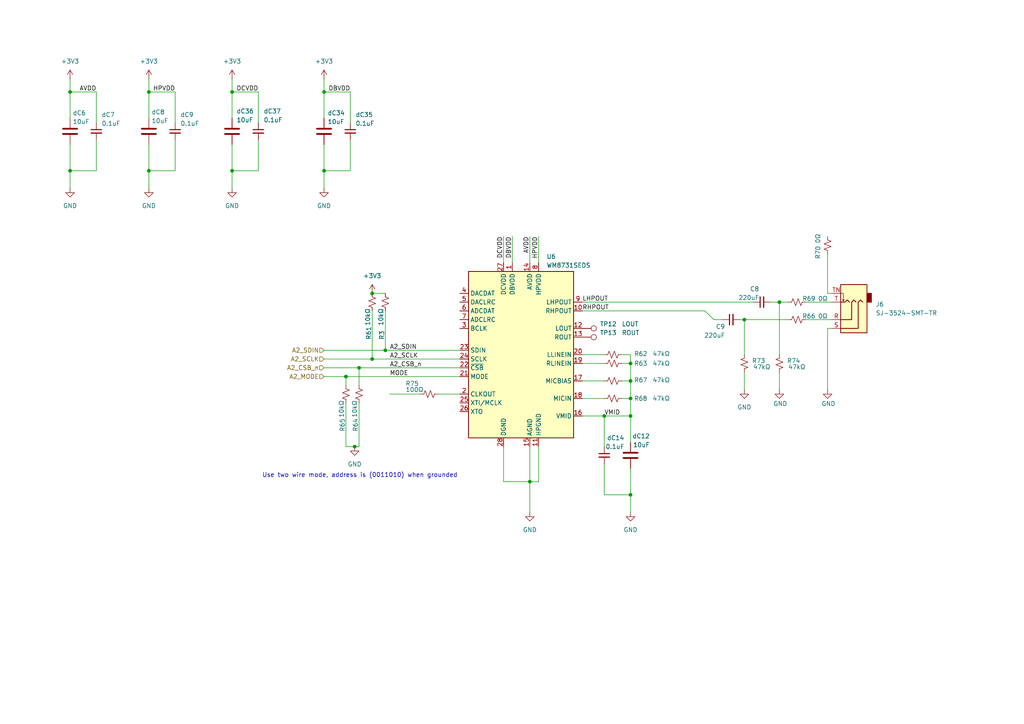
<source format=kicad_sch>
(kicad_sch (version 20250114) (generator "eeschema") (generator_version "9.0")
  (paper "A4")
  (lib_symbols
    (symbol "Audio:WM8731SEDS"
      (property "Reference" "U6" (at 7.2233 -22.86 0))
      (property "Value" "WM8731SEDS" (at 7.2233 -25.4 0))
      (symbol "WM8731SEDS_0_1"
        (rectangle (start -15.24 24.13) (end 15.24 -24.13) (stroke (width 0.254)) (fill (type background)))
      )
      (symbol "WM8731SEDS_1_1"
        (pin input line (at -17.78 17.78 0) (length 2.54) (name "DACDAT") (number "4"))
        (pin bidirectional line (at -17.78 15.24 0) (length 2.54) (name "DACLRC") (number "5"))
        (pin output line (at -17.78 12.7 0) (length 2.54) (name "ADCDAT") (number "6"))
        (pin bidirectional line (at -17.78 10.16 0) (length 2.54) (name "ADCLRC") (number "7"))
        (pin bidirectional line (at -17.78 7.62 0) (length 2.54) (name "BCLK") (number "3"))
        (pin bidirectional line (at -17.78 1.27 0) (length 2.54) (name "SDIN") (number "23"))
        (pin input line (at -17.78 -1.27 0) (length 2.54) (name "SCLK") (number "24"))
        (pin input line (at -17.78 -3.81 0) (length 2.54) (name "~{CSB}") (number "22"))
        (pin input line (at -17.78 -6.35 0) (length 2.54) (name "MODE") (number "21"))
        (pin output line (at -17.78 -11.43 0) (length 2.54) (name "CLKOUT") (number "2"))
        (pin input line (at -17.78 -13.97 0) (length 2.54) (name "XTI/MCLK") (number "25"))
        (pin output line (at -17.78 -16.51 0) (length 2.54) (name "XTO") (number "26"))
        (pin power_in line (at -5.08 26.67 270) (length 2.54) (name "DCVDD") (number "27"))
        (pin power_in line (at -5.08 -26.67 90) (length 2.54) (name "DGND") (number "28"))
        (pin power_in line (at -2.54 26.67 270) (length 2.54) (name "DBVDD") (number "1"))
        (pin power_in line (at 2.54 26.67 270) (length 2.54) (name "AVDD") (number "14"))
        (pin power_in line (at 2.54 -26.67 90) (length 2.54) (name "AGND") (number "15"))
        (pin power_in line (at 5.08 26.67 270) (length 2.54) (name "HPVDD") (number "8"))
        (pin power_in line (at 5.08 -26.67 90) (length 2.54) (name "HPGND") (number "11"))
        (pin output line (at 17.78 15.24 180) (length 2.54) (name "LHPOUT") (number "9"))
        (pin output line (at 17.78 12.7 180) (length 2.54) (name "RHPOUT") (number "10"))
        (pin output line (at 17.78 7.62 180) (length 2.54) (name "LOUT") (number "12"))
        (pin output line (at 17.78 5.08 180) (length 2.54) (name "ROUT") (number "13"))
        (pin input line (at 17.78 0 180) (length 2.54) (name "LLINEIN") (number "20"))
        (pin input line (at 17.78 -2.54 180) (length 2.54) (name "RLINEIN") (number "19"))
        (pin output line (at 17.78 -7.62 180) (length 2.54) (name "MICBIAS") (number "17"))
        (pin input line (at 17.78 -12.7 180) (length 2.54) (name "MICIN") (number "18"))
        (pin output line (at 17.78 -17.78 180) (length 2.54) (name "VMID") (number "16"))
      )
    )
    (symbol "Connector:TestPoint" (pin_numbers (hide yes)) (pin_names (offset 0.762) (hide yes))
      (property "Reference" "TP" (at 0 6.858 0))
      (property "Value" "TestPoint" (at 0 5.08 0))
      (symbol "TestPoint_0_1"
        (circle (center 0 3.302) (radius 0.762))
      )
      (symbol "TestPoint_1_1"
        (pin passive line (at 0 0 90) (length 2.54) (name "1") (number "1"))
      )
    )
    (symbol "Connector_Audio:AudioJack3_SwitchT"
      (property "Reference" "J" (at 0 8.89 0))
      (property "Value" "AudioJack3_SwitchT" (at 0 6.35 0))
      (symbol "AudioJack3_SwitchT_0_1"
        (rectangle (start -5.08 -5.08) (end -6.35 -7.62) (stroke (width 0.254)) (fill (type outline)))
        (polyline (pts (xy -1.905 -5.08) (xy -1.27 -5.715) (xy -0.635 -5.08) (xy -0.635 0) (xy 2.54 0)) (stroke (width 0.254)))
        (polyline (pts (xy 0 -5.08) (xy 0.635 -5.715) (xy 1.27 -5.08) (xy 2.54 -5.08)) (stroke (width 0.254)))
        (polyline (pts (xy 1.778 -5.334) (xy 2.032 -5.842)))
        (rectangle (start 2.54 3.81) (end -5.08 -10.16) (stroke (width 0.254)) (fill (type background)))
        (polyline (pts (xy 2.54 2.54) (xy -2.54 2.54) (xy -2.54 -5.08) (xy -3.175 -5.715) (xy -3.81 -5.08)) (stroke (width 0.254)))
        (polyline (pts (xy 2.54 -7.62) (xy 1.778 -7.62) (xy 1.778 -5.334) (xy 1.524 -5.842)))
      )
      (symbol "AudioJack3_SwitchT_1_1"
        (pin passive line (at 5.08 2.54 180) (length 2.54) (name "~") (number "S"))
        (pin passive line (at 5.08 0 180) (length 2.54) (name "~") (number "R"))
        (pin passive line (at 5.08 -5.08 180) (length 2.54) (name "~") (number "T"))
        (pin passive line (at 5.08 -7.62 180) (length 2.54) (name "~") (number "TN"))
      )
    )
    (symbol "Device:C" (pin_numbers (hide yes)) (pin_names (offset 0.254))
      (property "Reference" "C" (at 0.635 2.54 0))
      (property "Value" "C" (at 0.635 -2.54 0))
      (symbol "C_0_1"
        (polyline (pts (xy -2.032 0.762) (xy 2.032 0.762)) (stroke (width 0.508)))
        (polyline (pts (xy -2.032 -0.762) (xy 2.032 -0.762)) (stroke (width 0.508)))
      )
      (symbol "C_1_1"
        (pin passive line (at 0 3.81 270) (length 2.794) (name "~") (number "1"))
        (pin passive line (at 0 -3.81 90) (length 2.794) (name "~") (number "2"))
      )
    )
    (symbol "Device:C_Small" (pin_numbers (hide yes)) (pin_names (offset 0.254) (hide yes))
      (property "Reference" "C" (at 0.254 1.778 0))
      (property "Value" "C_Small" (at 0.254 -2.032 0))
      (symbol "C_Small_0_1"
        (polyline (pts (xy -1.524 0.508) (xy 1.524 0.508)) (stroke (width 0.3048)))
        (polyline (pts (xy -1.524 -0.508) (xy 1.524 -0.508)) (stroke (width 0.3302)))
      )
      (symbol "C_Small_1_1"
        (pin passive line (at 0 2.54 270) (length 2.032) (name "~") (number "1"))
        (pin passive line (at 0 -2.54 90) (length 2.032) (name "~") (number "2"))
      )
    )
    (symbol "Device:R_Small_US" (pin_numbers (hide yes)) (pin_names (offset 0.254) (hide yes))
      (property "Reference" "R" (at 0.762 0.508 0))
      (property "Value" "R_Small_US" (at 0.762 -1.016 0))
      (symbol "R_Small_US_1_1"
        (polyline (pts (xy 0 1.524) (xy 1.016 1.143) (xy 0 0.762) (xy -1.016 0.381) (xy 0 0)))
        (polyline (pts (xy 0 0) (xy 1.016 -0.381) (xy 0 -0.762) (xy -1.016 -1.143) (xy 0 -1.524)))
        (pin passive line (at 0 2.54 270) (length 1.016) (name "~") (number "1"))
        (pin passive line (at 0 -2.54 90) (length 1.016) (name "~") (number "2"))
      )
    )
    (symbol "power:+3V3" (power) (pin_numbers (hide yes)) (pin_names (offset 0) (hide yes))
      (property "Value" "+3V3" (at 0 3.556 0))
      (symbol "+3V3_0_1"
        (polyline (pts (xy -0.762 1.27) (xy 0 2.54)))
        (polyline (pts (xy 0 2.54) (xy 0.762 1.27)))
        (polyline (pts (xy 0 0) (xy 0 2.54)))
      )
      (symbol "+3V3_1_1"
        (pin power_in line (at 0 0 90) (length 0) (name "~") (number "1"))
      )
    )
    (symbol "power:GND" (power) (pin_numbers (hide yes)) (pin_names (offset 0) (hide yes))
      (property "Value" "GND" (at 0 -3.81 0))
      (symbol "GND_0_1"
        (polyline (pts (xy 0 0) (xy 0 -1.27) (xy 1.27 -1.27) (xy 0 -2.54) (xy -1.27 -1.27) (xy 0 -1.27)))
      )
      (symbol "GND_1_1"
        (pin power_in line (at 0 0 270) (length 0) (name "~") (number "1"))
      )
    )
  )
  (text "Use two wire mode, address is (0011010) when grounded" (at 104.394 137.922 0) (effects (font (size 1.27 1.27))))
  (junction (at 182.88 105.41))
  (junction (at 215.9 92.71))
  (junction (at 67.31 26.67))
  (junction (at 107.95 104.14))
  (junction (at 175.26 120.65))
  (junction (at 20.32 26.67))
  (junction (at 102.87 129.54))
  (junction (at 226.06 87.63))
  (junction (at 182.88 110.49))
  (junction (at 182.88 143.51))
  (junction (at 104.14 106.68))
  (junction (at 182.88 115.57))
  (junction (at 67.31 49.53))
  (junction (at 100.33 109.22))
  (junction (at 153.67 139.7))
  (junction (at 111.76 101.6))
  (junction (at 20.32 49.53))
  (junction (at 182.88 120.65))
  (junction (at 43.18 26.67))
  (junction (at 93.98 49.53))
  (junction (at 93.98 26.67))
  (junction (at 107.95 85.09))
  (junction (at 43.18 49.53))
  (wire (pts (xy 175.26 102.87) (xy 168.91 102.87)))
  (wire (pts (xy 175.26 105.41) (xy 168.91 105.41)))
  (wire (pts (xy 67.31 54.61) (xy 67.31 49.53)))
  (wire (pts (xy 168.91 87.63) (xy 218.44 87.63)))
  (wire (pts (xy 148.59 76.2) (xy 148.59 68.58)))
  (wire (pts (xy 67.31 26.67) (xy 67.31 34.29)))
  (wire (pts (xy 93.98 26.67) (xy 93.98 34.29)))
  (wire (pts (xy 74.93 40.64) (xy 74.93 49.53)))
  (wire (pts (xy 127 114.3) (xy 133.35 114.3)))
  (wire (pts (xy 93.98 49.53) (xy 93.98 41.91)))
  (wire (pts (xy 104.14 106.68) (xy 104.14 111.76)))
  (wire (pts (xy 226.06 87.63) (xy 223.52 87.63)))
  (wire (pts (xy 153.67 76.2) (xy 153.67 68.58)))
  (wire (pts (xy 153.67 139.7) (xy 156.21 139.7)))
  (wire (pts (xy 107.95 90.17) (xy 107.95 104.14)))
  (wire (pts (xy 215.9 92.71) (xy 228.6 92.71)))
  (wire (pts (xy 240.03 113.03) (xy 240.03 95.25)))
  (wire (pts (xy 182.88 120.65) (xy 182.88 128.27)))
  (wire (pts (xy 180.34 102.87) (xy 182.88 102.87)))
  (wire (pts (xy 93.98 106.68) (xy 104.14 106.68)))
  (wire (pts (xy 175.26 110.49) (xy 168.91 110.49)))
  (wire (pts (xy 20.32 26.67) (xy 27.94 26.67)))
  (wire (pts (xy 226.06 87.63) (xy 228.6 87.63)))
  (wire (pts (xy 182.88 148.59) (xy 182.88 143.51)))
  (wire (pts (xy 182.88 120.65) (xy 175.26 120.65)))
  (wire (pts (xy 175.26 120.65) (xy 175.26 129.54)))
  (wire (pts (xy 67.31 26.67) (xy 74.93 26.67)))
  (wire (pts (xy 207.01 92.71) (xy 204.47 90.17)))
  (wire (pts (xy 182.88 143.51) (xy 182.88 135.89)))
  (wire (pts (xy 43.18 49.53) (xy 50.8 49.53)))
  (wire (pts (xy 180.34 110.49) (xy 182.88 110.49)))
  (wire (pts (xy 50.8 26.67) (xy 50.8 35.56)))
  (wire (pts (xy 182.88 143.51) (xy 175.26 143.51)))
  (wire (pts (xy 240.03 85.09) (xy 241.3 85.09)))
  (wire (pts (xy 215.9 113.03) (xy 215.9 107.95)))
  (wire (pts (xy 182.88 102.87) (xy 182.88 105.41)))
  (wire (pts (xy 180.34 105.41) (xy 182.88 105.41)))
  (wire (pts (xy 93.98 101.6) (xy 111.76 101.6)))
  (wire (pts (xy 93.98 22.86) (xy 93.98 26.67)))
  (wire (pts (xy 153.67 148.59) (xy 153.67 139.7)))
  (wire (pts (xy 226.06 87.63) (xy 226.06 102.87)))
  (wire (pts (xy 93.98 104.14) (xy 107.95 104.14)))
  (wire (pts (xy 107.95 85.09) (xy 111.76 85.09)))
  (wire (pts (xy 20.32 54.61) (xy 20.32 49.53)))
  (wire (pts (xy 101.6 40.64) (xy 101.6 49.53)))
  (wire (pts (xy 113.03 114.3) (xy 121.92 114.3)))
  (wire (pts (xy 20.32 49.53) (xy 27.94 49.53)))
  (wire (pts (xy 50.8 40.64) (xy 50.8 49.53)))
  (wire (pts (xy 43.18 54.61) (xy 43.18 49.53)))
  (wire (pts (xy 168.91 90.17) (xy 204.47 90.17)))
  (wire (pts (xy 111.76 101.6) (xy 133.35 101.6)))
  (wire (pts (xy 101.6 26.67) (xy 101.6 35.56)))
  (wire (pts (xy 107.95 104.14) (xy 133.35 104.14)))
  (wire (pts (xy 146.05 76.2) (xy 146.05 68.58)))
  (wire (pts (xy 153.67 129.54) (xy 153.67 139.7)))
  (wire (pts (xy 43.18 22.86) (xy 43.18 26.67)))
  (wire (pts (xy 207.01 92.71) (xy 209.55 92.71)))
  (wire (pts (xy 67.31 22.86) (xy 67.31 26.67)))
  (wire (pts (xy 43.18 26.67) (xy 50.8 26.67)))
  (wire (pts (xy 100.33 129.54) (xy 102.87 129.54)))
  (wire (pts (xy 215.9 92.71) (xy 215.9 102.87)))
  (wire (pts (xy 43.18 26.67) (xy 43.18 34.29)))
  (wire (pts (xy 233.68 92.71) (xy 241.3 92.71)))
  (wire (pts (xy 67.31 49.53) (xy 67.31 41.91)))
  (wire (pts (xy 100.33 116.84) (xy 100.33 129.54)))
  (wire (pts (xy 146.05 139.7) (xy 153.67 139.7)))
  (wire (pts (xy 156.21 129.54) (xy 156.21 139.7)))
  (wire (pts (xy 180.34 115.57) (xy 182.88 115.57)))
  (wire (pts (xy 214.63 92.71) (xy 215.9 92.71)))
  (wire (pts (xy 43.18 49.53) (xy 43.18 41.91)))
  (wire (pts (xy 182.88 110.49) (xy 182.88 115.57)))
  (wire (pts (xy 102.87 129.54) (xy 104.14 129.54)))
  (wire (pts (xy 104.14 116.84) (xy 104.14 129.54)))
  (wire (pts (xy 93.98 49.53) (xy 101.6 49.53)))
  (wire (pts (xy 240.03 95.25) (xy 241.3 95.25)))
  (wire (pts (xy 74.93 26.67) (xy 74.93 35.56)))
  (wire (pts (xy 20.32 26.67) (xy 20.32 34.29)))
  (wire (pts (xy 20.32 49.53) (xy 20.32 41.91)))
  (wire (pts (xy 111.76 90.17) (xy 111.76 101.6)))
  (wire (pts (xy 27.94 40.64) (xy 27.94 49.53)))
  (wire (pts (xy 104.14 106.68) (xy 133.35 106.68)))
  (wire (pts (xy 226.06 113.03) (xy 226.06 107.95)))
  (wire (pts (xy 156.21 76.2) (xy 156.21 68.58)))
  (wire (pts (xy 175.26 115.57) (xy 168.91 115.57)))
  (wire (pts (xy 20.32 22.86) (xy 20.32 26.67)))
  (wire (pts (xy 93.98 54.61) (xy 93.98 49.53)))
  (wire (pts (xy 100.33 109.22) (xy 133.35 109.22)))
  (wire (pts (xy 175.26 134.62) (xy 175.26 143.51)))
  (wire (pts (xy 27.94 26.67) (xy 27.94 35.56)))
  (wire (pts (xy 240.03 73.66) (xy 240.03 85.09)))
  (wire (pts (xy 93.98 109.22) (xy 100.33 109.22)))
  (wire (pts (xy 233.68 87.63) (xy 241.3 87.63)))
  (wire (pts (xy 182.88 115.57) (xy 182.88 120.65)))
  (wire (pts (xy 182.88 105.41) (xy 182.88 110.49)))
  (wire (pts (xy 146.05 129.54) (xy 146.05 139.7)))
  (wire (pts (xy 168.91 120.65) (xy 175.26 120.65)))
  (wire (pts (xy 93.98 26.67) (xy 101.6 26.67)))
  (wire (pts (xy 100.33 109.22) (xy 100.33 111.76)))
  (wire (pts (xy 67.31 49.53) (xy 74.93 49.53)))
  (label "DBVDD" (at 101.6 26.67 180))
  (label "DCVDD" (at 74.93 26.67 180))
  (label "MODE" (at 113.03 109.22 0))
  (label "DBVDD" (at 148.59 68.58 270))
  (label "AVDD" (at 27.94 26.67 180))
  (label "VMID" (at 175.26 120.65 0))
  (label "DCVDD" (at 146.05 68.58 270))
  (label "HPVDD" (at 50.8 26.67 180))
  (label "A2_SCLK" (at 113.03 104.14 0))
  (label "A2_CSB_n" (at 113.03 106.68 0))
  (label "LHPOUT" (at 168.91 87.63 0))
  (label "A2_SDIN" (at 113.03 101.6 0))
  (label "RHPOUT" (at 168.91 90.17 0))
  (label "HPVDD" (at 156.21 68.58 270))
  (label "AVDD" (at 153.67 68.58 270))
  (hierarchical_label "A2_SDIN" (shape input) (at 93.98 101.6 180))
  (hierarchical_label "A2_MODE" (shape input) (at 93.98 109.22 180))
  (hierarchical_label "A2_CSB_n" (shape input) (at 93.98 106.68 180))
  (hierarchical_label "A2_SCLK" (shape input) (at 93.98 104.14 180))
  (symbol (lib_id "Device:R_Small_US") (at 231.14 92.71 90) (unit 1)
    (property "Reference" "R66" (at 232.664 91.694 90) (effects (justify right)))
    (property "Value" "0Ω" (at 237.236 91.694 90) (effects (justify right)))
    (property "Footprint" "Resistor_SMD:R_0805_2012Metric" (effects (hide yes)))
    (property "Description" "Resistor, small US symbol" (effects (hide yes)))
  )
  (symbol (lib_id "power:GND") (at 153.67 148.59 0) (unit 1)
    (property "Reference" "#PWR087" (effects (hide yes)))
    (property "Value" "GND" (at 153.67 153.67 0))
    (property "Description" "Power symbol creates a global label with name \"GND\" , ground" (effects (hide yes)))
  )
  (symbol (lib_id "Device:R_Small_US") (at 177.8 105.41 270) (unit 1)
    (property "Reference" "R63" (at 183.896 105.41 90) (effects (justify left)))
    (property "Value" "47kΩ" (at 189.23 105.41 90) (effects (justify left)))
    (property "Footprint" "Resistor_SMD:R_0805_2012Metric" (effects (hide yes)))
    (property "Description" "Resistor, small US symbol" (effects (hide yes)))
  )
  (symbol (lib_id "Connector_Audio:AudioJack3_SwitchT") (at 246.38 92.71 180) (unit 1)
    (property "Reference" "J6" (at 254 88.2649 0) (effects (justify right)))
    (property "Value" "SJ-3524-SMT-TR" (at 254 90.8049 0) (effects (justify right)))
    (property "Footprint" "Footprints:CUI_SJ-3524-SMT" (effects (hide yes)))
    (property "Datasheet" "https://www.sameskydevices.com/product/resource/sj-352x-smt.pdf" (effects (hide yes)))
    (property "Description" "Audio Jack, 3 Poles (Stereo / TRS), Switched T Pole (Normalling)" (effects (hide yes)))
  )
  (symbol (lib_id "Device:C_Small") (at 27.94 38.1 0) (unit 1)
    (property "Reference" "dC7" (at 29.464 33.274 0) (effects (justify left)))
    (property "Value" "0.1uF" (at 29.464 35.814 0) (effects (justify left)))
    (property "Footprint" "Capacitor_SMD:C_0603_1608Metric_Pad1.08x0.95mm_HandSolder" (effects (hide yes)))
    (property "Description" "Unpolarized capacitor, small symbol" (effects (hide yes)))
  )
  (symbol (lib_id "power:+3V3") (at 43.18 22.86 0) (unit 1)
    (property "Reference" "#PWR090" (effects (hide yes)))
    (property "Value" "+3V3" (at 43.18 17.78 0))
    (property "Description" "Power symbol creates a global label with name \"+3V3\"" (effects (hide yes)))
  )
  (symbol (lib_id "Device:C") (at 43.18 38.1 0) (unit 1)
    (property "Reference" "dC8" (at 43.942 32.512 0) (effects (justify left)))
    (property "Value" "10uF" (at 43.942 35.052 0) (effects (justify left)))
    (property "Footprint" "Capacitor_SMD:C_0603_1608Metric_Pad1.08x0.95mm_HandSolder" (effects (hide yes)))
    (property "Description" "Unpolarized capacitor" (effects (hide yes)))
  )
  (symbol (lib_id "Connector:TestPoint") (at 168.91 97.79 270) (unit 1)
    (property "Reference" "TP13" (at 173.99 96.5199 90) (effects (justify left)))
    (property "Value" "ROUT" (at 180.34 96.52 90) (effects (justify left)))
    (property "Description" "test point" (effects (hide yes)))
  )
  (symbol (lib_id "Device:R_Small_US") (at 124.46 114.3 270) (unit 1)
    (property "Reference" "R75" (at 117.602 111.252 90) (effects (justify left)))
    (property "Value" "100Ω" (at 117.602 113.03 90) (effects (justify left)))
    (property "Footprint" "Resistor_SMD:R_0805_2012Metric" (effects (hide yes)))
    (property "Description" "Resistor, small US symbol" (effects (hide yes)))
  )
  (symbol (lib_id "Device:C_Small") (at 175.26 132.08 0) (mirror y) (unit 1)
    (property "Reference" "dC14" (at 181.102 127 0) (effects (justify left)))
    (property "Value" "0.1uF" (at 181.102 129.54 0) (effects (justify left)))
    (property "Footprint" "Capacitor_SMD:C_0603_1608Metric_Pad1.08x0.95mm_HandSolder" (effects (hide yes)))
    (property "Description" "Unpolarized capacitor, small symbol" (effects (hide yes)))
  )
  (symbol (lib_id "power:+3V3") (at 107.95 85.09 0) (unit 1)
    (property "Reference" "#PWR088" (effects (hide yes)))
    (property "Value" "+3V3" (at 107.95 80.01 0))
    (property "Description" "Power symbol creates a global label with name \"+3V3\"" (effects (hide yes)))
  )
  (symbol (lib_id "power:+3V3") (at 20.32 22.86 0) (unit 1)
    (property "Reference" "#PWR091" (effects (hide yes)))
    (property "Value" "+3V3" (at 20.32 17.78 0))
    (property "Description" "Power symbol creates a global label with name \"+3V3\"" (effects (hide yes)))
  )
  (symbol (lib_id "Device:R_Small_US") (at 100.33 114.3 0) (unit 1)
    (property "Reference" "R65" (at 99.314 125.222 90) (effects (justify left)))
    (property "Value" "10kΩ" (at 99.06 121.158 90) (effects (justify left)))
    (property "Footprint" "Resistor_SMD:R_0805_2012Metric" (effects (hide yes)))
    (property "Description" "Resistor, small US symbol" (effects (hide yes)))
  )
  (symbol (lib_id "Device:R_Small_US") (at 240.03 71.12 180) (unit 1)
    (property "Reference" "R70" (at 237.236 75.184 90) (effects (justify right)))
    (property "Value" "0Ω" (at 237.236 70.612 90) (effects (justify right)))
    (property "Footprint" "Resistor_SMD:R_0805_2012Metric" (effects (hide yes)))
    (property "Description" "Resistor, small US symbol" (effects (hide yes)))
  )
  (symbol (lib_id "Device:C_Small") (at 220.98 87.63 90) (mirror x) (unit 1)
    (property "Reference" "C8" (at 220.218 83.82 90) (effects (justify left)))
    (property "Value" "220uF" (at 220.218 86.36 90) (effects (justify left)))
    (property "Footprint" "Capacitor_SMD:C_0603_1608Metric_Pad1.08x0.95mm_HandSolder" (effects (hide yes)))
    (property "Description" "Unpolarized capacitor, small symbol" (effects (hide yes)))
  )
  (symbol (lib_id "Device:R_Small_US") (at 177.8 115.57 270) (unit 1)
    (property "Reference" "R68" (at 183.896 115.57 90) (effects (justify left)))
    (property "Value" "47kΩ" (at 189.23 115.57 90) (effects (justify left)))
    (property "Footprint" "Resistor_SMD:R_0805_2012Metric" (effects (hide yes)))
    (property "Description" "Resistor, small US symbol" (effects (hide yes)))
  )
  (symbol (lib_id "power:GND") (at 182.88 148.59 0) (mirror y) (unit 1)
    (property "Reference" "#PWR0102" (effects (hide yes)))
    (property "Value" "GND" (at 182.88 153.67 0))
    (property "Description" "Power symbol creates a global label with name \"GND\" , ground" (effects (hide yes)))
  )
  (symbol (lib_id "Device:R_Small_US") (at 231.14 87.63 90) (unit 1)
    (property "Reference" "R69" (at 232.664 86.614 90) (effects (justify right)))
    (property "Value" "0Ω" (at 237.236 86.614 90) (effects (justify right)))
    (property "Footprint" "Resistor_SMD:R_0805_2012Metric" (effects (hide yes)))
    (property "Description" "Resistor, small US symbol" (effects (hide yes)))
  )
  (symbol (lib_id "Connector:TestPoint") (at 168.91 95.25 270) (unit 1)
    (property "Reference" "TP12" (at 173.99 93.9799 90) (effects (justify left)))
    (property "Value" "LOUT" (at 180.34 93.98 90) (effects (justify left)))
    (property "Description" "test point" (effects (hide yes)))
  )
  (symbol (lib_id "power:GND") (at 240.03 113.03 0) (mirror y) (unit 1)
    (property "Reference" "#PWR086" (effects (hide yes)))
    (property "Value" "GND" (at 240.284 117.094 0))
    (property "Description" "Power symbol creates a global label with name \"GND\" , ground" (effects (hide yes)))
  )
  (symbol (lib_id "Device:R_Small_US") (at 177.8 110.49 270) (unit 1)
    (property "Reference" "R67" (at 183.896 110.236 90) (effects (justify left)))
    (property "Value" "47kΩ" (at 189.23 110.236 90) (effects (justify left)))
    (property "Footprint" "Resistor_SMD:R_0805_2012Metric" (effects (hide yes)))
    (property "Description" "Resistor, small US symbol" (effects (hide yes)))
  )
  (symbol (lib_id "Device:R_Small_US") (at 107.95 87.63 0) (unit 1)
    (property "Reference" "R61" (at 106.934 98.552 90) (effects (justify left)))
    (property "Value" "10kΩ" (at 106.68 94.488 90) (effects (justify left)))
    (property "Footprint" "Resistor_SMD:R_0805_2012Metric" (effects (hide yes)))
    (property "Description" "Resistor, small US symbol" (effects (hide yes)))
  )
  (symbol (lib_id "power:GND") (at 102.87 129.54 0) (unit 1)
    (property "Reference" "#PWR089" (effects (hide yes)))
    (property "Value" "GND" (at 102.87 134.62 0))
    (property "Description" "Power symbol creates a global label with name \"GND\" , ground" (effects (hide yes)))
  )
  (symbol (lib_id "Device:C") (at 20.32 38.1 0) (unit 1)
    (property "Reference" "dC6" (at 21.082 32.766 0) (effects (justify left)))
    (property "Value" "10uF" (at 21.082 35.306 0) (effects (justify left)))
    (property "Footprint" "Capacitor_SMD:C_0603_1608Metric_Pad1.08x0.95mm_HandSolder" (effects (hide yes)))
    (property "Description" "Unpolarized capacitor" (effects (hide yes)))
  )
  (symbol (lib_id "power:GND") (at 43.18 54.61 0) (unit 1)
    (property "Reference" "#PWR093" (effects (hide yes)))
    (property "Value" "GND" (at 43.18 59.69 0))
    (property "Description" "Power symbol creates a global label with name \"GND\" , ground" (effects (hide yes)))
  )
  (symbol (lib_id "power:+3V3") (at 67.31 22.86 0) (unit 1)
    (property "Reference" "#PWR084" (effects (hide yes)))
    (property "Value" "+3V3" (at 67.31 17.78 0))
    (property "Description" "Power symbol creates a global label with name \"+3V3\"" (effects (hide yes)))
  )
  (symbol (lib_id "power:GND") (at 20.32 54.61 0) (unit 1)
    (property "Reference" "#PWR092" (effects (hide yes)))
    (property "Value" "GND" (at 20.32 59.69 0))
    (property "Description" "Power symbol creates a global label with name \"GND\" , ground" (effects (hide yes)))
  )
  (symbol (lib_id "power:GND") (at 215.9 113.03 0) (mirror y) (unit 1)
    (property "Reference" "#PWR0100" (effects (hide yes)))
    (property "Value" "GND" (at 215.9 118.11 0))
    (property "Description" "Power symbol creates a global label with name \"GND\" , ground" (effects (hide yes)))
  )
  (symbol (lib_id "Device:C_Small") (at 50.8 38.1 0) (unit 1)
    (property "Reference" "dC9" (at 52.324 33.274 0) (effects (justify left)))
    (property "Value" "0.1uF" (at 52.324 35.814 0) (effects (justify left)))
    (property "Footprint" "Capacitor_SMD:C_0603_1608Metric_Pad1.08x0.95mm_HandSolder" (effects (hide yes)))
    (property "Description" "Unpolarized capacitor, small symbol" (effects (hide yes)))
  )
  (symbol (lib_id "Device:R_Small_US") (at 111.76 87.63 0) (unit 1)
    (property "Reference" "R3" (at 110.744 98.552 90) (effects (justify left)))
    (property "Value" "10kΩ" (at 110.49 94.488 90) (effects (justify left)))
    (property "Footprint" "Resistor_SMD:R_0805_2012Metric" (effects (hide yes)))
    (property "Description" "Resistor, small US symbol" (effects (hide yes)))
  )
  (symbol (lib_id "Device:C") (at 67.31 38.1 0) (unit 1)
    (property "Reference" "dC36" (at 68.58 32.258 0) (effects (justify left)))
    (property "Value" "10uF" (at 68.58 34.798 0) (effects (justify left)))
    (property "Footprint" "Capacitor_SMD:C_0603_1608Metric_Pad1.08x0.95mm_HandSolder" (effects (hide yes)))
    (property "Description" "Unpolarized capacitor" (effects (hide yes)))
  )
  (symbol (lib_id "Device:C") (at 182.88 132.08 0) (mirror y) (unit 1)
    (property "Reference" "dC12" (at 188.468 126.492 0) (effects (justify left)))
    (property "Value" "10uF" (at 188.468 129.032 0) (effects (justify left)))
    (property "Footprint" "Capacitor_SMD:C_0603_1608Metric_Pad1.08x0.95mm_HandSolder" (effects (hide yes)))
    (property "Description" "Unpolarized capacitor" (effects (hide yes)))
  )
  (symbol (lib_id "Device:R_Small_US") (at 226.06 105.41 0) (mirror y) (unit 1)
    (property "Reference" "R74" (at 232.156 104.648 0) (effects (justify left)))
    (property "Value" "47kΩ" (at 233.68 106.426 0) (effects (justify left)))
    (property "Footprint" "Resistor_SMD:R_0805_2012Metric" (effects (hide yes)))
    (property "Description" "Resistor, small US symbol" (effects (hide yes)))
  )
  (symbol (lib_id "Device:C_Small") (at 74.93 38.1 0) (unit 1)
    (property "Reference" "dC37" (at 76.454 32.258 0) (effects (justify left)))
    (property "Value" "0.1uF" (at 76.454 34.798 0) (effects (justify left)))
    (property "Footprint" "Capacitor_SMD:C_0603_1608Metric_Pad1.08x0.95mm_HandSolder" (effects (hide yes)))
    (property "Description" "Unpolarized capacitor, small symbol" (effects (hide yes)))
  )
  (symbol (lib_id "Device:R_Small_US") (at 215.9 105.41 0) (mirror y) (unit 1)
    (property "Reference" "R73" (at 221.996 104.648 0) (effects (justify left)))
    (property "Value" "47kΩ" (at 223.52 106.426 0) (effects (justify left)))
    (property "Footprint" "Resistor_SMD:R_0805_2012Metric" (effects (hide yes)))
    (property "Description" "Resistor, small US symbol" (effects (hide yes)))
  )
  (symbol (lib_id "power:GND") (at 226.06 113.03 0) (mirror y) (unit 1)
    (property "Reference" "#PWR097" (effects (hide yes)))
    (property "Value" "GND" (at 226.314 117.094 0))
    (property "Description" "Power symbol creates a global label with name \"GND\" , ground" (effects (hide yes)))
  )
  (symbol (lib_id "Audio:WM8731SEDS") (at 151.13 102.87 0) (unit 1)
    (property "Reference" "U6" (at 158.496 74.422 0) (effects (justify left)))
    (property "Value" "WM8731SEDS" (at 158.496 76.962 0) (effects (justify left)))
    (property "Footprint" "Package_SO:SSOP-28_5.3x10.2mm_P0.65mm" (effects (hide yes)))
    (property "Datasheet" "https://cdn.sparkfun.com/datasheets/Dev/Arduino/Shields/WolfsonWM8731.pdf" (effects (hide yes)))
    (property "Description" "Portable Internet Audio CODEC with Headphone Driver and Programmable Sample Rates, SSOP-28" (effects (hide yes)))
  )
  (symbol (lib_id "Device:R_Small_US") (at 177.8 102.87 270) (unit 1)
    (property "Reference" "R62" (at 183.896 102.616 90) (effects (justify left)))
    (property "Value" "47kΩ" (at 189.23 102.616 90) (effects (justify left)))
    (property "Footprint" "Resistor_SMD:R_0805_2012Metric" (effects (hide yes)))
    (property "Description" "Resistor, small US symbol" (effects (hide yes)))
  )
  (symbol (lib_id "power:+3V3") (at 93.98 22.86 0) (unit 1)
    (property "Reference" "#PWR043" (effects (hide yes)))
    (property "Value" "+3V3" (at 93.98 17.78 0))
    (property "Description" "Power symbol creates a global label with name \"+3V3\"" (effects (hide yes)))
  )
  (symbol (lib_id "Device:C_Small") (at 212.09 92.71 90) (mirror x) (unit 1)
    (property "Reference" "C9" (at 210.312 94.742 90) (effects (justify left)))
    (property "Value" "220uF" (at 210.312 97.282 90) (effects (justify left)))
    (property "Footprint" "Capacitor_SMD:C_0603_1608Metric_Pad1.08x0.95mm_HandSolder" (effects (hide yes)))
    (property "Description" "Unpolarized capacitor, small symbol" (effects (hide yes)))
  )
  (symbol (lib_id "power:GND") (at 67.31 54.61 0) (unit 1)
    (property "Reference" "#PWR085" (effects (hide yes)))
    (property "Value" "GND" (at 67.31 59.69 0))
    (property "Description" "Power symbol creates a global label with name \"GND\" , ground" (effects (hide yes)))
  )
  (symbol (lib_id "Device:C_Small") (at 101.6 38.1 0) (unit 1)
    (property "Reference" "dC35" (at 103.124 33.274 0) (effects (justify left)))
    (property "Value" "0.1uF" (at 103.124 35.814 0) (effects (justify left)))
    (property "Footprint" "Capacitor_SMD:C_0603_1608Metric_Pad1.08x0.95mm_HandSolder" (effects (hide yes)))
    (property "Description" "Unpolarized capacitor, small symbol" (effects (hide yes)))
  )
  (symbol (lib_id "Device:R_Small_US") (at 104.14 114.3 0) (unit 1)
    (property "Reference" "R64" (at 103.124 125.222 90) (effects (justify left)))
    (property "Value" "10kΩ" (at 102.87 121.158 90) (effects (justify left)))
    (property "Footprint" "Resistor_SMD:R_0805_2012Metric" (effects (hide yes)))
    (property "Description" "Resistor, small US symbol" (effects (hide yes)))
  )
  (symbol (lib_id "power:GND") (at 93.98 54.61 0) (unit 1)
    (property "Reference" "#PWR045" (effects (hide yes)))
    (property "Value" "GND" (at 93.98 59.69 0))
    (property "Description" "Power symbol creates a global label with name \"GND\" , ground" (effects (hide yes)))
  )
  (symbol (lib_id "Device:C") (at 93.98 38.1 0) (unit 1)
    (property "Reference" "dC34" (at 94.996 32.766 0) (effects (justify left)))
    (property "Value" "10uF" (at 94.996 35.306 0) (effects (justify left)))
    (property "Footprint" "Capacitor_SMD:C_0603_1608Metric_Pad1.08x0.95mm_HandSolder" (effects (hide yes)))
    (property "Description" "Unpolarized capacitor" (effects (hide yes)))
  )
)
</source>
